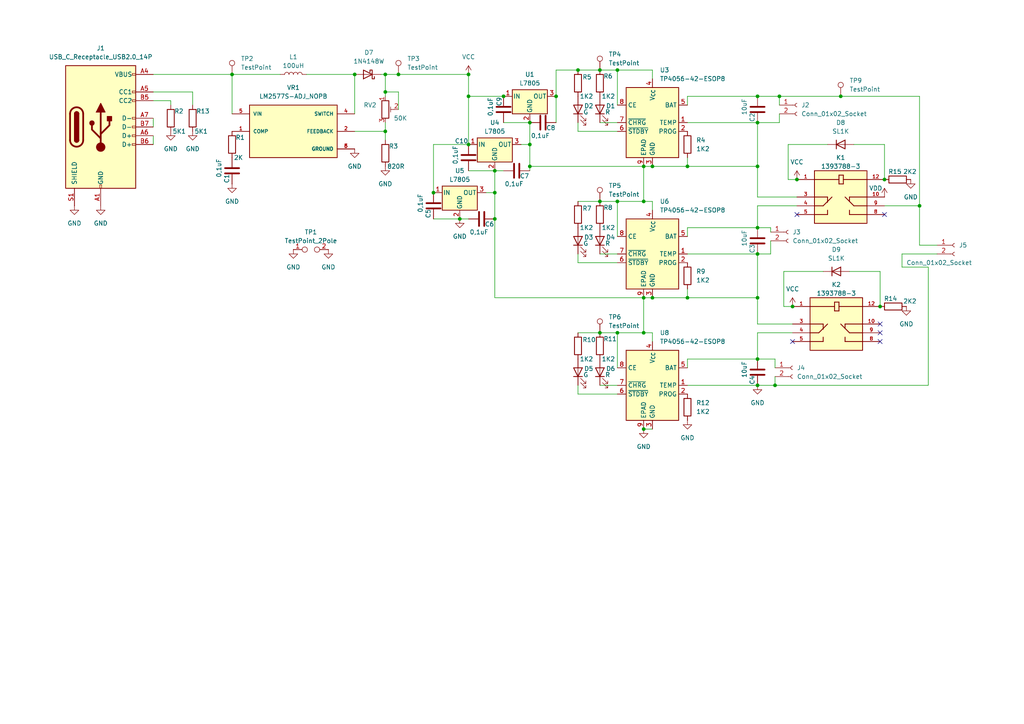
<source format=kicad_sch>
(kicad_sch (version 20250114) (generator "eeschema") (generator_version "9.0")
  (paper "A4")
  (lib_symbols
    (symbol "1393788-3:1393788-3" (pin_names (offset 1.016))
      (property "Reference" "K" (at -7.6338 8.9061 0))
      (property "Value" "1393788-3" (at -7.6314 -10.1752 0))
      (symbol "1393788-3_0_0"
        (polyline (pts (xy -7.62 5.08) (xy -0.508 5.08)) (stroke (width 0.254)))
        (polyline (pts (xy -7.62 0) (xy -3.81 0)) (stroke (width 0.254)))
        (polyline (pts (xy -7.62 -2.54) (xy -5.08 -2.54)) (stroke (width 0.254)))
        (polyline (pts (xy -7.62 -5.08) (xy -3.81 -5.08)) (stroke (width 0.254)))
        (rectangle (start -7.62 -7.62) (end 7.62 7.62) (stroke (width 0.254)) (fill (type background)))
        (polyline (pts (xy -5.08 -2.54) (xy -2.54 0)) (stroke (width 0.254)))
        (polyline (pts (xy -3.81 0) (xy -3.81 -1.524)) (stroke (width 0.254)))
        (polyline (pts (xy -3.81 -5.08) (xy -3.81 -3.81)) (stroke (width 0.254)))
        (polyline (pts (xy -0.508 6.35) (xy -0.508 5.08)) (stroke (width 0.254)))
        (polyline (pts (xy -0.508 5.08) (xy -0.508 3.81)) (stroke (width 0.254)))
        (polyline (pts (xy -0.508 3.81) (xy 0.762 3.81)) (stroke (width 0.254)))
        (polyline (pts (xy 0.762 6.35) (xy -0.508 6.35)) (stroke (width 0.254)))
        (polyline (pts (xy 0.762 5.08) (xy 0.762 6.35)) (stroke (width 0.254)))
        (polyline (pts (xy 0.762 3.81) (xy 0.762 5.08)) (stroke (width 0.254)))
        (polyline (pts (xy 2.54 0) (xy 2.54 -1.27)) (stroke (width 0.254)))
        (polyline (pts (xy 2.54 -5.08) (xy 2.54 -3.81)) (stroke (width 0.254)))
        (polyline (pts (xy 3.81 -2.54) (xy 1.27 0)) (stroke (width 0.254)))
        (polyline (pts (xy 7.62 5.08) (xy 0.762 5.08)) (stroke (width 0.254)))
        (polyline (pts (xy 7.62 0) (xy 2.54 0)) (stroke (width 0.254)))
        (polyline (pts (xy 7.62 -2.54) (xy 3.81 -2.54)) (stroke (width 0.254)))
        (polyline (pts (xy 7.62 -5.08) (xy 2.54 -5.08)) (stroke (width 0.254)))
        (pin passive line (at -12.7 5.08 0) (length 5.08) (name "~") (number "1"))
        (pin passive line (at -12.7 0 0) (length 5.08) (name "~") (number "3"))
        (pin passive line (at -12.7 -2.54 0) (length 5.08) (name "~") (number "4"))
        (pin passive line (at -12.7 -5.08 0) (length 5.08) (name "~") (number "5"))
        (pin passive line (at 12.7 5.08 180) (length 5.08) (name "~") (number "12"))
        (pin passive line (at 12.7 0 180) (length 5.08) (name "~") (number "10"))
        (pin passive line (at 12.7 -2.54 180) (length 5.08) (name "~") (number "9"))
        (pin passive line (at 12.7 -5.08 180) (length 5.08) (name "~") (number "8"))
      )
    )
    (symbol "Battery_Management:TP4056-42-ESOP8"
      (property "Reference" "U" (at -6.604 11.684 0))
      (property "Value" "TP4056-42-ESOP8" (at 10.16 11.684 0))
      (symbol "TP4056-42-ESOP8_1_0"
        (pin input line (at -10.16 5.08 0) (length 2.54) (name "CE") (number "8"))
        (pin open_collector line (at -10.16 0 0) (length 2.54) (name "~{CHRG}") (number "7"))
        (pin open_collector line (at -10.16 -2.54 0) (length 2.54) (name "~{STDBY}") (number "6"))
        (pin passive line (at -2.54 -12.7 90) (length 2.54) (name "EPAD") (number "9"))
        (pin power_in line (at 0 12.7 270) (length 2.54) (name "V_{CC}") (number "4"))
        (pin power_in line (at 0 -12.7 90) (length 2.54) (name "GND") (number "3"))
        (pin power_out line (at 10.16 5.08 180) (length 2.54) (name "BAT") (number "5"))
        (pin input line (at 10.16 0 180) (length 2.54) (name "TEMP") (number "1"))
        (pin passive line (at 10.16 -2.54 180) (length 2.54) (name "PROG") (number "2"))
      )
      (symbol "TP4056-42-ESOP8_1_1"
        (rectangle (start -7.62 10.16) (end 7.62 -10.16) (stroke (width 0.254)) (fill (type background)))
      )
    )
    (symbol "Connector:Conn_01x02_Socket" (pin_names (offset 1.016) (hide yes))
      (property "Reference" "J" (at 0 2.54 0))
      (property "Value" "Conn_01x02_Socket" (at 0 -5.08 0))
      (symbol "Conn_01x02_Socket_1_1"
        (polyline (pts (xy -1.27 0) (xy -0.508 0)) (stroke (width 0.1524)))
        (polyline (pts (xy -1.27 -2.54) (xy -0.508 -2.54)) (stroke (width 0.1524)))
        (arc (start 0 -0.508) (mid -0.5058 0) (end 0 0.508) (stroke (width 0.1524)))
        (arc (start 0 -3.048) (mid -0.5058 -2.54) (end 0 -2.032) (stroke (width 0.1524)))
        (pin passive line (at -5.08 0 0) (length 3.81) (name "Pin_1") (number "1"))
        (pin passive line (at -5.08 -2.54 0) (length 3.81) (name "Pin_2") (number "2"))
      )
    )
    (symbol "Connector:TestPoint" (pin_numbers (hide yes)) (pin_names (offset 0.762) (hide yes))
      (property "Reference" "TP" (at 0 6.858 0))
      (property "Value" "TestPoint" (at 0 5.08 0))
      (symbol "TestPoint_0_1"
        (circle (center 0 3.302) (radius 0.762))
      )
      (symbol "TestPoint_1_1"
        (pin passive line (at 0 0 90) (length 2.54) (name "1") (number "1"))
      )
    )
    (symbol "Connector:TestPoint_2Pole" (pin_names (offset 0.762) (hide yes))
      (property "Reference" "TP" (at 0 1.524 0))
      (property "Value" "TestPoint_2Pole" (at 0 -1.778 0))
      (symbol "TestPoint_2Pole_0_1"
        (circle (center -1.778 0) (radius 0.762))
        (circle (center 1.778 0) (radius 0.762))
        (pin passive line (at -5.08 0 0) (length 2.54) (name "1") (number "1"))
        (pin passive line (at 5.08 0 180) (length 2.54) (name "2") (number "2"))
      )
    )
    (symbol "Connector:USB_C_Receptacle_USB2.0_14P" (pin_names (offset 1.016))
      (property "Reference" "J" (at 0 22.225 0))
      (property "Value" "USB_C_Receptacle_USB2.0_14P" (at 0 19.685 0))
      (symbol "USB_C_Receptacle_USB2.0_14P_0_0"
        (rectangle (start -0.254 -17.78) (end 0.254 -16.764))
        (rectangle (start 10.16 15.494) (end 9.144 14.986))
        (rectangle (start 10.16 10.414) (end 9.144 9.906))
        (rectangle (start 10.16 7.874) (end 9.144 7.366))
        (rectangle (start 10.16 2.794) (end 9.144 2.286))
        (rectangle (start 10.16 0.254) (end 9.144 -0.254))
        (rectangle (start 10.16 -2.286) (end 9.144 -2.794))
        (rectangle (start 10.16 -4.826) (end 9.144 -5.334))
      )
      (symbol "USB_C_Receptacle_USB2.0_14P_0_1"
        (rectangle (start -10.16 17.78) (end 10.16 -17.78) (stroke (width 0.254)) (fill (type background)))
        (polyline (pts (xy -8.89 -3.81) (xy -8.89 3.81)) (stroke (width 0.508)))
        (rectangle (start -7.62 -3.81) (end -6.35 3.81) (stroke (width 0.254)) (fill (type outline)))
        (arc (start -7.62 3.81) (mid -6.985 4.4423) (end -6.35 3.81) (stroke (width 0.254)))
        (arc (start -7.62 3.81) (mid -6.985 4.4423) (end -6.35 3.81) (stroke (width 0.254)) (fill (type outline)))
        (arc (start -8.89 3.81) (mid -6.985 5.7067) (end -5.08 3.81) (stroke (width 0.508)))
        (arc (start -5.08 -3.81) (mid -6.985 -5.7067) (end -8.89 -3.81) (stroke (width 0.508)))
        (arc (start -6.35 -3.81) (mid -6.985 -4.4423) (end -7.62 -3.81) (stroke (width 0.254)))
        (arc (start -6.35 -3.81) (mid -6.985 -4.4423) (end -7.62 -3.81) (stroke (width 0.254)) (fill (type outline)))
        (polyline (pts (xy -5.08 3.81) (xy -5.08 -3.81)) (stroke (width 0.508)))
        (circle (center -2.54 1.143) (radius 0.635) (stroke (width 0.254)) (fill (type outline)))
        (polyline (pts (xy -1.27 4.318) (xy 0 6.858) (xy 1.27 4.318) (xy -1.27 4.318)) (stroke (width 0.254)) (fill (type outline)))
        (polyline (pts (xy 0 -2.032) (xy 2.54 0.508) (xy 2.54 1.778)) (stroke (width 0.508)))
        (polyline (pts (xy 0 -3.302) (xy -2.54 -0.762) (xy -2.54 0.508)) (stroke (width 0.508)))
        (polyline (pts (xy 0 -5.842) (xy 0 4.318)) (stroke (width 0.508)))
        (circle (center 0 -5.842) (radius 1.27) (fill (type outline)))
        (rectangle (start 1.905 1.778) (end 3.175 3.048) (stroke (width 0.254)) (fill (type outline)))
      )
      (symbol "USB_C_Receptacle_USB2.0_14P_1_1"
        (pin passive line (at -7.62 -22.86 90) (length 5.08) (name "SHIELD") (number "S1"))
        (pin passive line (at 0 -22.86 90) (length 5.08) (name "GND") (number "A1"))
        (pin passive line (at 0 -22.86 90) (length 5.08) (hide yes) (name "GND") (number "A12"))
        (pin passive line (at 0 -22.86 90) (length 5.08) (hide yes) (name "GND") (number "B1"))
        (pin passive line (at 0 -22.86 90) (length 5.08) (hide yes) (name "GND") (number "B12"))
        (pin passive line (at 15.24 15.24 180) (length 5.08) (name "VBUS") (number "A4"))
        (pin passive line (at 15.24 15.24 180) (length 5.08) (hide yes) (name "VBUS") (number "A9"))
        (pin passive line (at 15.24 15.24 180) (length 5.08) (hide yes) (name "VBUS") (number "B4"))
        (pin passive line (at 15.24 15.24 180) (length 5.08) (hide yes) (name "VBUS") (number "B9"))
        (pin bidirectional line (at 15.24 10.16 180) (length 5.08) (name "CC1") (number "A5"))
        (pin bidirectional line (at 15.24 7.62 180) (length 5.08) (name "CC2") (number "B5"))
        (pin bidirectional line (at 15.24 2.54 180) (length 5.08) (name "D-") (number "A7"))
        (pin bidirectional line (at 15.24 0 180) (length 5.08) (name "D-") (number "B7"))
        (pin bidirectional line (at 15.24 -2.54 180) (length 5.08) (name "D+") (number "A6"))
        (pin bidirectional line (at 15.24 -5.08 180) (length 5.08) (name "D+") (number "B6"))
      )
    )
    (symbol "Device:C" (pin_numbers (hide yes)) (pin_names (offset 0.254))
      (property "Reference" "C" (at 0.635 2.54 0))
      (property "Value" "C" (at 0.635 -2.54 0))
      (symbol "C_0_1"
        (polyline (pts (xy -2.032 0.762) (xy 2.032 0.762)) (stroke (width 0.508)))
        (polyline (pts (xy -2.032 -0.762) (xy 2.032 -0.762)) (stroke (width 0.508)))
      )
      (symbol "C_1_1"
        (pin passive line (at 0 3.81 270) (length 2.794) (name "~") (number "1"))
        (pin passive line (at 0 -3.81 90) (length 2.794) (name "~") (number "2"))
      )
    )
    (symbol "Device:D" (pin_numbers (hide yes)) (pin_names (offset 1.016) (hide yes))
      (property "Reference" "D" (at 0 2.54 0))
      (property "Value" "D" (at 0 -2.54 0))
      (symbol "D_0_1"
        (polyline (pts (xy -1.27 1.27) (xy -1.27 -1.27)) (stroke (width 0.254)))
        (polyline (pts (xy 1.27 1.27) (xy 1.27 -1.27) (xy -1.27 0) (xy 1.27 1.27)) (stroke (width 0.254)))
        (polyline (pts (xy 1.27 0) (xy -1.27 0)))
      )
      (symbol "D_1_1"
        (pin passive line (at -3.81 0 0) (length 2.54) (name "K") (number "1"))
        (pin passive line (at 3.81 0 180) (length 2.54) (name "A") (number "2"))
      )
    )
    (symbol "Device:L" (pin_numbers (hide yes)) (pin_names (offset 1.016) (hide yes))
      (property "Reference" "L" (at -1.27 0 90))
      (property "Value" "L" (at 1.905 0 90))
      (symbol "L_0_1"
        (arc (start 0 2.54) (mid 0.6323 1.905) (end 0 1.27))
        (arc (start 0 1.27) (mid 0.6323 0.635) (end 0 0))
        (arc (start 0 0) (mid 0.6323 -0.635) (end 0 -1.27))
        (arc (start 0 -1.27) (mid 0.6323 -1.905) (end 0 -2.54))
      )
      (symbol "L_1_1"
        (pin passive line (at 0 3.81 270) (length 1.27) (name "1") (number "1"))
        (pin passive line (at 0 -3.81 90) (length 1.27) (name "2") (number "2"))
      )
    )
    (symbol "Device:LED" (pin_numbers (hide yes)) (pin_names (offset 1.016) (hide yes))
      (property "Reference" "D" (at 0 2.54 0))
      (property "Value" "LED" (at 0 -2.54 0))
      (symbol "LED_0_1"
        (polyline (pts (xy -3.048 -0.762) (xy -4.572 -2.286) (xy -3.81 -2.286) (xy -4.572 -2.286) (xy -4.572 -1.524)))
        (polyline (pts (xy -1.778 -0.762) (xy -3.302 -2.286) (xy -2.54 -2.286) (xy -3.302 -2.286) (xy -3.302 -1.524)))
        (polyline (pts (xy -1.27 0) (xy 1.27 0)))
        (polyline (pts (xy -1.27 -1.27) (xy -1.27 1.27)) (stroke (width 0.254)))
        (polyline (pts (xy 1.27 -1.27) (xy 1.27 1.27) (xy -1.27 0) (xy 1.27 -1.27)) (stroke (width 0.254)))
      )
      (symbol "LED_1_1"
        (pin passive line (at -3.81 0 0) (length 2.54) (name "K") (number "1"))
        (pin passive line (at 3.81 0 180) (length 2.54) (name "A") (number "2"))
      )
    )
    (symbol "Device:R" (pin_numbers (hide yes)) (pin_names (offset 0))
      (property "Reference" "R" (at 2.032 0 90))
      (property "Value" "R" (at 0 0 90))
      (symbol "R_0_1"
        (rectangle (start -1.016 -2.54) (end 1.016 2.54) (stroke (width 0.254)))
      )
      (symbol "R_1_1"
        (pin passive line (at 0 3.81 270) (length 1.27) (name "~") (number "1"))
        (pin passive line (at 0 -3.81 90) (length 1.27) (name "~") (number "2"))
      )
    )
    (symbol "Device:R_Potentiometer_Trim" (pin_names (offset 1.016) (hide yes))
      (property "Reference" "RV" (at -4.445 0 90))
      (property "Value" "R_Potentiometer_Trim" (at -2.54 0 90))
      (symbol "R_Potentiometer_Trim_0_1"
        (rectangle (start 1.016 2.54) (end -1.016 -2.54) (stroke (width 0.254)))
        (polyline (pts (xy 1.524 0.762) (xy 1.524 -0.762)))
        (polyline (pts (xy 2.54 0) (xy 1.524 0)))
      )
      (symbol "R_Potentiometer_Trim_1_1"
        (pin passive line (at 0 3.81 270) (length 1.27) (name "1") (number "1"))
        (pin passive line (at 0 -3.81 90) (length 1.27) (name "3") (number "3"))
        (pin passive line (at 3.81 0 180) (length 1.27) (name "2") (number "2"))
      )
    )
    (symbol "Diode:1N5822" (pin_numbers (hide yes)) (pin_names (offset 1.016) (hide yes))
      (property "Reference" "D" (at 0 2.54 0))
      (property "Value" "1N5822" (at 0 -2.54 0))
      (symbol "1N5822_0_1"
        (polyline (pts (xy -1.905 0.635) (xy -1.905 1.27) (xy -1.27 1.27) (xy -1.27 -1.27) (xy -0.635 -1.27) (xy -0.635 -0.635)) (stroke (width 0.254)))
        (polyline (pts (xy 1.27 1.27) (xy 1.27 -1.27) (xy -1.27 0) (xy 1.27 1.27)) (stroke (width 0.254)))
        (polyline (pts (xy 1.27 0) (xy -1.27 0)))
      )
      (symbol "1N5822_1_1"
        (pin passive line (at -3.81 0 0) (length 2.54) (name "K") (number "1"))
        (pin passive line (at 3.81 0 180) (length 2.54) (name "A") (number "2"))
      )
    )
    (symbol "LM2577S-ADJ_NOPB:LM2577S-ADJ_NOPB" (pin_names (offset 1.016))
      (property "Reference" "VR" (at -12.7 10.16 0))
      (property "Value" "LM2577S-ADJ_NOPB" (at -12.7 -12.7 0))
      (symbol "LM2577S-ADJ_NOPB_0_0"
        (rectangle (start -12.7 -7.62) (end 12.7 7.62) (stroke (width 0.254)) (fill (type background)))
        (pin input line (at -17.78 5.08 0) (length 5.08) (name "VIN") (number "5"))
        (pin passive line (at -17.78 0 0) (length 5.08) (name "COMP") (number "1"))
        (pin output line (at 17.78 5.08 180) (length 5.08) (name "SWITCH") (number "4"))
        (pin input line (at 17.78 0 180) (length 5.08) (name "FEEDBACK") (number "2"))
        (pin power_in line (at 17.78 -5.08 180) (length 5.08) (name "GROUND") (number "3"))
        (pin power_in line (at 17.78 -5.08 180) (length 5.08) (name "GROUND") (number "6"))
      )
    )
    (symbol "Regulator_Linear:L7805" (pin_names (offset 0.254))
      (property "Reference" "U" (at -3.81 3.175 0))
      (property "Value" "L7805" (at 0 3.175 0))
      (symbol "L7805_0_1"
        (rectangle (start -5.08 1.905) (end 5.08 -5.08) (stroke (width 0.254)) (fill (type background)))
      )
      (symbol "L7805_1_1"
        (pin power_in line (at -7.62 0 0) (length 2.54) (name "IN") (number "1"))
        (pin power_in line (at 0 -7.62 90) (length 2.54) (name "GND") (number "2"))
        (pin power_out line (at 7.62 0 180) (length 2.54) (name "OUT") (number "3"))
      )
    )
    (symbol "power:GND" (power) (pin_numbers (hide yes)) (pin_names (offset 0) (hide yes))
      (property "Value" "GND" (at 0 -3.81 0))
      (symbol "GND_0_1"
        (polyline (pts (xy 0 0) (xy 0 -1.27) (xy 1.27 -1.27) (xy 0 -2.54) (xy -1.27 -1.27) (xy 0 -1.27)))
      )
      (symbol "GND_1_1"
        (pin power_in line (at 0 0 270) (length 0) (name "~") (number "1"))
      )
    )
    (symbol "power:VCC" (power) (pin_numbers (hide yes)) (pin_names (offset 0) (hide yes))
      (property "Value" "VCC" (at 0 3.556 0))
      (symbol "VCC_0_1"
        (polyline (pts (xy -0.762 1.27) (xy 0 2.54)))
        (polyline (pts (xy 0 2.54) (xy 0.762 1.27)))
        (polyline (pts (xy 0 0) (xy 0 2.54)))
      )
      (symbol "VCC_1_1"
        (pin power_in line (at 0 0 90) (length 0) (name "~") (number "1"))
      )
    )
    (symbol "power:VDD" (power) (pin_numbers (hide yes)) (pin_names (offset 0) (hide yes))
      (property "Value" "VDD" (at 0 3.556 0))
      (symbol "VDD_0_1"
        (polyline (pts (xy -0.762 1.27) (xy 0 2.54)))
        (polyline (pts (xy 0 2.54) (xy 0.762 1.27)))
        (polyline (pts (xy 0 0) (xy 0 2.54)))
      )
      (symbol "VDD_1_1"
        (pin power_in line (at 0 0 90) (length 0) (name "~") (number "1"))
      )
    )
  )
  (junction (at 186.69 96.52))
  (junction (at 143.51 55.88))
  (junction (at 167.64 20.32))
  (junction (at 224.79 111.76))
  (junction (at 125.73 55.88))
  (junction (at 219.71 35.56))
  (junction (at 256.54 52.07))
  (junction (at 153.67 41.91))
  (junction (at 186.69 124.46))
  (junction (at 189.23 86.36))
  (junction (at 133.35 63.5))
  (junction (at 67.31 21.59))
  (junction (at 189.23 48.26))
  (junction (at 179.07 58.42))
  (junction (at 199.39 48.26))
  (junction (at 173.99 96.52))
  (junction (at 111.76 38.1))
  (junction (at 243.84 27.94))
  (junction (at 255.27 88.9))
  (junction (at 179.07 20.32))
  (junction (at 153.67 48.26))
  (junction (at 115.57 21.59))
  (junction (at 199.39 86.36))
  (junction (at 219.71 73.66))
  (junction (at 219.71 27.94))
  (junction (at 102.87 21.59))
  (junction (at 135.89 27.94))
  (junction (at 135.89 21.59))
  (junction (at 186.69 86.36))
  (junction (at 226.06 27.94))
  (junction (at 111.76 21.59))
  (junction (at 146.05 27.94))
  (junction (at 111.76 26.67))
  (junction (at 153.67 35.56))
  (junction (at 266.7 59.69))
  (junction (at 186.69 48.26))
  (junction (at 173.99 58.42))
  (junction (at 143.51 63.5))
  (junction (at 186.69 58.42))
  (junction (at 219.71 86.36))
  (junction (at 219.71 66.04))
  (junction (at 219.71 104.14))
  (junction (at 135.89 41.91))
  (junction (at 161.29 27.94))
  (junction (at 173.99 20.32))
  (junction (at 219.71 111.76))
  (junction (at 143.51 49.53))
  (junction (at 231.14 52.07))
  (junction (at 219.71 48.26))
  (junction (at 179.07 96.52))
  (junction (at 229.87 88.9))
  (no_connect (at 229.87 99.06))
  (no_connect (at 255.27 96.52))
  (no_connect (at 231.14 62.23))
  (no_connect (at 255.27 93.98))
  (no_connect (at 256.54 62.23))
  (no_connect (at 255.27 99.06))
  (wire (pts (xy 256.54 59.69) (xy 266.7 59.69)))
  (wire (pts (xy 226.06 27.94) (xy 219.71 27.94)))
  (wire (pts (xy 199.39 35.56) (xy 219.71 35.56)))
  (wire (pts (xy 49.53 29.21) (xy 49.53 30.48)))
  (wire (pts (xy 228.6 52.07) (xy 231.14 52.07)))
  (wire (pts (xy 173.99 96.52) (xy 179.07 96.52)))
  (wire (pts (xy 111.76 26.67) (xy 111.76 27.94)))
  (wire (pts (xy 227.33 88.9) (xy 229.87 88.9)))
  (wire (pts (xy 186.69 48.26) (xy 186.69 58.42)))
  (wire (pts (xy 189.23 86.36) (xy 199.39 86.36)))
  (wire (pts (xy 173.99 58.42) (xy 179.07 58.42)))
  (wire (pts (xy 67.31 21.59) (xy 44.45 21.59)))
  (wire (pts (xy 135.89 21.59) (xy 135.89 27.94)))
  (wire (pts (xy 115.57 31.75) (xy 115.57 26.67)))
  (wire (pts (xy 240.03 41.91) (xy 228.6 41.91)))
  (wire (pts (xy 246.38 78.74) (xy 255.27 78.74)))
  (wire (pts (xy 228.6 41.91) (xy 228.6 52.07)))
  (wire (pts (xy 261.62 73.66) (xy 271.78 73.66)))
  (wire (pts (xy 146.05 35.56) (xy 153.67 35.56)))
  (wire (pts (xy 199.39 27.94) (xy 219.71 27.94)))
  (wire (pts (xy 125.73 63.5) (xy 133.35 63.5)))
  (wire (pts (xy 143.51 63.5) (xy 143.51 86.36)))
  (wire (pts (xy 199.39 83.82) (xy 199.39 86.36)))
  (wire (pts (xy 219.71 57.15) (xy 219.71 48.26)))
  (wire (pts (xy 167.64 96.52) (xy 173.99 96.52)))
  (wire (pts (xy 167.64 38.1) (xy 179.07 38.1)))
  (wire (pts (xy 102.87 33.02) (xy 102.87 21.59)))
  (wire (pts (xy 146.05 49.53) (xy 143.51 49.53)))
  (wire (pts (xy 219.71 93.98) (xy 219.71 86.36)))
  (wire (pts (xy 167.64 114.3) (xy 179.07 114.3)))
  (wire (pts (xy 243.84 27.94) (xy 226.06 27.94)))
  (wire (pts (xy 269.24 77.47) (xy 261.62 77.47)))
  (wire (pts (xy 266.7 59.69) (xy 266.7 71.12)))
  (wire (pts (xy 153.67 48.26) (xy 153.67 41.91)))
  (wire (pts (xy 226.06 33.02) (xy 226.06 35.56)))
  (wire (pts (xy 111.76 38.1) (xy 111.76 40.64)))
  (wire (pts (xy 167.64 111.76) (xy 167.64 114.3)))
  (wire (pts (xy 179.07 58.42) (xy 179.07 68.58)))
  (wire (pts (xy 186.69 86.36) (xy 189.23 86.36)))
  (wire (pts (xy 179.07 58.42) (xy 186.69 58.42)))
  (wire (pts (xy 179.07 20.32) (xy 189.23 20.32)))
  (wire (pts (xy 146.05 27.94) (xy 135.89 27.94)))
  (wire (pts (xy 224.79 111.76) (xy 269.24 111.76)))
  (wire (pts (xy 115.57 21.59) (xy 135.89 21.59)))
  (wire (pts (xy 111.76 35.56) (xy 111.76 38.1)))
  (wire (pts (xy 266.7 27.94) (xy 243.84 27.94)))
  (wire (pts (xy 255.27 78.74) (xy 255.27 88.9)))
  (wire (pts (xy 173.99 111.76) (xy 179.07 111.76)))
  (wire (pts (xy 227.33 78.74) (xy 227.33 88.9)))
  (wire (pts (xy 173.99 73.66) (xy 179.07 73.66)))
  (wire (pts (xy 199.39 68.58) (xy 199.39 66.04)))
  (wire (pts (xy 266.7 71.12) (xy 271.78 71.12)))
  (wire (pts (xy 199.39 111.76) (xy 219.71 111.76)))
  (wire (pts (xy 224.79 106.68) (xy 224.79 104.14)))
  (wire (pts (xy 153.67 49.53) (xy 153.67 48.26)))
  (wire (pts (xy 115.57 26.67) (xy 111.76 26.67)))
  (wire (pts (xy 135.89 63.5) (xy 133.35 63.5)))
  (wire (pts (xy 231.14 57.15) (xy 219.71 57.15)))
  (wire (pts (xy 261.62 77.47) (xy 261.62 73.66)))
  (wire (pts (xy 224.79 109.22) (xy 224.79 111.76)))
  (wire (pts (xy 151.13 41.91) (xy 153.67 41.91)))
  (wire (pts (xy 256.54 41.91) (xy 256.54 52.07)))
  (wire (pts (xy 223.52 69.85) (xy 223.52 73.66)))
  (wire (pts (xy 140.97 55.88) (xy 143.51 55.88)))
  (wire (pts (xy 186.69 96.52) (xy 189.23 96.52)))
  (wire (pts (xy 219.71 48.26) (xy 219.71 35.56)))
  (wire (pts (xy 247.65 41.91) (xy 256.54 41.91)))
  (wire (pts (xy 44.45 29.21) (xy 49.53 29.21)))
  (wire (pts (xy 266.7 59.69) (xy 266.7 27.94)))
  (wire (pts (xy 167.64 76.2) (xy 179.07 76.2)))
  (wire (pts (xy 143.51 86.36) (xy 186.69 86.36)))
  (wire (pts (xy 44.45 26.67) (xy 55.88 26.67)))
  (wire (pts (xy 179.07 20.32) (xy 179.07 30.48)))
  (wire (pts (xy 223.52 73.66) (xy 219.71 73.66)))
  (wire (pts (xy 173.99 20.32) (xy 179.07 20.32)))
  (wire (pts (xy 226.06 35.56) (xy 219.71 35.56)))
  (wire (pts (xy 229.87 96.52) (xy 219.71 96.52)))
  (wire (pts (xy 224.79 104.14) (xy 219.71 104.14)))
  (wire (pts (xy 186.69 124.46) (xy 189.23 124.46)))
  (wire (pts (xy 189.23 58.42) (xy 189.23 60.96)))
  (wire (pts (xy 269.24 111.76) (xy 269.24 77.47)))
  (wire (pts (xy 219.71 96.52) (xy 219.71 104.14)))
  (wire (pts (xy 231.14 59.69) (xy 219.71 59.69)))
  (wire (pts (xy 67.31 21.59) (xy 67.31 33.02)))
  (wire (pts (xy 229.87 93.98) (xy 219.71 93.98)))
  (wire (pts (xy 44.45 39.37) (xy 44.45 41.91)))
  (wire (pts (xy 143.51 55.88) (xy 143.51 63.5)))
  (wire (pts (xy 102.87 38.1) (xy 111.76 38.1)))
  (wire (pts (xy 199.39 45.72) (xy 199.39 48.26)))
  (wire (pts (xy 102.87 21.59) (xy 88.9 21.59)))
  (wire (pts (xy 153.67 48.26) (xy 186.69 48.26)))
  (wire (pts (xy 186.69 48.26) (xy 189.23 48.26)))
  (wire (pts (xy 44.45 34.29) (xy 44.45 36.83)))
  (wire (pts (xy 81.28 21.59) (xy 67.31 21.59)))
  (wire (pts (xy 111.76 21.59) (xy 111.76 26.67)))
  (wire (pts (xy 189.23 48.26) (xy 199.39 48.26)))
  (wire (pts (xy 199.39 104.14) (xy 219.71 104.14)))
  (wire (pts (xy 223.52 66.04) (xy 219.71 66.04)))
  (wire (pts (xy 199.39 48.26) (xy 219.71 48.26)))
  (wire (pts (xy 161.29 20.32) (xy 167.64 20.32)))
  (wire (pts (xy 199.39 66.04) (xy 219.71 66.04)))
  (wire (pts (xy 135.89 49.53) (xy 143.51 49.53)))
  (wire (pts (xy 219.71 59.69) (xy 219.71 66.04)))
  (wire (pts (xy 167.64 58.42) (xy 173.99 58.42)))
  (wire (pts (xy 161.29 27.94) (xy 161.29 35.56)))
  (wire (pts (xy 199.39 73.66) (xy 219.71 73.66)))
  (wire (pts (xy 173.99 35.56) (xy 179.07 35.56)))
  (wire (pts (xy 186.69 86.36) (xy 186.69 96.52)))
  (wire (pts (xy 238.76 78.74) (xy 227.33 78.74)))
  (wire (pts (xy 167.64 35.56) (xy 167.64 38.1)))
  (wire (pts (xy 226.06 27.94) (xy 226.06 30.48)))
  (wire (pts (xy 223.52 67.31) (xy 223.52 66.04)))
  (wire (pts (xy 224.79 111.76) (xy 219.71 111.76)))
  (wire (pts (xy 179.07 96.52) (xy 179.07 106.68)))
  (wire (pts (xy 189.23 96.52) (xy 189.23 99.06)))
  (wire (pts (xy 110.49 21.59) (xy 111.76 21.59)))
  (wire (pts (xy 189.23 20.32) (xy 189.23 22.86)))
  (wire (pts (xy 167.64 73.66) (xy 167.64 76.2)))
  (wire (pts (xy 55.88 26.67) (xy 55.88 30.48)))
  (wire (pts (xy 125.73 41.91) (xy 125.73 55.88)))
  (wire (pts (xy 199.39 30.48) (xy 199.39 27.94)))
  (wire (pts (xy 179.07 96.52) (xy 186.69 96.52)))
  (wire (pts (xy 125.73 41.91) (xy 135.89 41.91)))
  (wire (pts (xy 199.39 86.36) (xy 219.71 86.36)))
  (wire (pts (xy 161.29 20.32) (xy 161.29 27.94)))
  (wire (pts (xy 135.89 27.94) (xy 135.89 41.91)))
  (wire (pts (xy 186.69 58.42) (xy 189.23 58.42)))
  (wire (pts (xy 167.64 20.32) (xy 173.99 20.32)))
  (wire (pts (xy 219.71 86.36) (xy 219.71 73.66)))
  (wire (pts (xy 199.39 106.68) (xy 199.39 104.14)))
  (wire (pts (xy 143.51 49.53) (xy 143.51 55.88)))
  (wire (pts (xy 111.76 21.59) (xy 115.57 21.59)))
  (wire (pts (xy 153.67 41.91) (xy 153.67 35.56)))
  (symbol (lib_id "Device:C") (at 149.86 49.53 270) (unit 1)
    (property "Reference" "C7" (at 152.146 51.054 90))
    (property "Value" "0,1uF" (at 149.098 53.34 90))
    (property "Footprint" "Capacitor_SMD:C_0603_1608Metric_Pad1.08x0.95mm_HandSolder" (effects (hide yes)))
    (property "Description" "Unpolarized capacitor" (effects (hide yes)))
  )
  (symbol (lib_id "Connector:TestPoint") (at 173.99 96.52 0) (unit 1)
    (property "Reference" "TP6" (at 176.53 91.9479 0) (effects (justify left)))
    (property "Value" "TestPoint" (at 176.53 94.4879 0) (effects (justify left)))
    (property "Footprint" "TestPoint:TestPoint_Pad_D1.5mm" (effects (hide yes)))
    (property "Description" "test point" (effects (hide yes)))
  )
  (symbol (lib_id "Device:C") (at 67.31 49.53 180) (unit 1)
    (property "Reference" "C1" (at 65.786 51.816 90))
    (property "Value" "0,1uF" (at 63.5 48.768 90))
    (property "Footprint" "Capacitor_SMD:C_0603_1608Metric_Pad1.08x0.95mm_HandSolder" (effects (hide yes)))
    (property "Description" "Unpolarized capacitor" (effects (hide yes)))
  )
  (symbol (lib_id "Device:R") (at 167.64 100.33 0) (unit 1)
    (property "Reference" "R10" (at 168.91 98.552 0) (effects (justify left)))
    (property "Value" "1K2" (at 168.148 104.14 0) (effects (justify left)))
    (property "Footprint" "Resistor_SMD:R_0603_1608Metric_Pad0.98x0.95mm_HandSolder" (effects (hide yes)))
    (property "Description" "Resistor" (effects (hide yes)))
  )
  (symbol (lib_id "power:GND") (at 29.21 59.69 0) (unit 1)
    (property "Reference" "#PWR02" (effects (hide yes)))
    (property "Value" "GND" (at 29.21 64.77 0))
    (property "Description" "Power symbol creates a global label with name \"GND\" , ground" (effects (hide yes)))
  )
  (symbol (lib_id "Device:LED") (at 173.99 107.95 90) (unit 1)
    (property "Reference" "D6" (at 175.768 106.934 90) (effects (justify right)))
    (property "Value" "R" (at 175.514 108.712 90) (effects (justify right)))
    (property "Footprint" "LED_SMD:LED_0603_1608Metric_Pad1.05x0.95mm_HandSolder" (effects (hide yes)))
    (property "Description" "Light emitting diode" (effects (hide yes)))
    (property "Sim.Pins" "1=K 2=A" (effects (hide yes)))
  )
  (symbol (lib_id "Battery_Management:TP4056-42-ESOP8") (at 189.23 111.76 0) (unit 1)
    (property "Reference" "U8" (at 191.3733 96.52 0) (effects (justify left)))
    (property "Value" "TP4056-42-ESOP8" (at 191.3733 99.06 0) (effects (justify left)))
    (property "Footprint" "Package_SO:SOIC-8-1EP_3.9x4.9mm_P1.27mm_EP2.41x3.3mm_ThermalVias_model" (effects (hide yes)))
    (property "Datasheet" "https://www.lcsc.com/datasheet/lcsc_datasheet_2410121619_TOPPOWER-Nanjing-Extension-Microelectronics-TP4056-42-ESOP8_C16581.pdf" (effects (hide yes)))
    (property "Description" "1A Standalone Linear Li-ion/LiPo single-cell battery charger, 4.2V ±1% charge voltage, VCC = 4.0..8.0V, SOIC-8 (SOP-8)" (effects (hide yes)))
  )
  (symbol (lib_id "power:GND") (at 55.88 38.1 0) (unit 1)
    (property "Reference" "#PWR07" (effects (hide yes)))
    (property "Value" "GND" (at 55.88 43.18 0))
    (property "Description" "Power symbol creates a global label with name \"GND\" , ground" (effects (hide yes)))
  )
  (symbol (lib_id "Device:R") (at 111.76 44.45 0) (unit 1)
    (property "Reference" "R3" (at 112.776 42.418 0) (effects (justify left)))
    (property "Value" "820R" (at 112.268 48.26 0) (effects (justify left)))
    (property "Footprint" "Resistor_SMD:R_0603_1608Metric_Pad0.98x0.95mm_HandSolder" (effects (hide yes)))
    (property "Description" "Resistor" (effects (hide yes)))
  )
  (symbol (lib_id "power:GND") (at 186.69 124.46 0) (unit 1)
    (property "Reference" "#PWR019" (effects (hide yes)))
    (property "Value" "GND" (at 186.69 129.54 0))
    (property "Description" "Power symbol creates a global label with name \"GND\" , ground" (effects (hide yes)))
  )
  (symbol (lib_id "Device:R") (at 173.99 62.23 0) (unit 1)
    (property "Reference" "R8" (at 175.006 60.198 0) (effects (justify left)))
    (property "Value" "1K2" (at 174.498 66.04 0) (effects (justify left)))
    (property "Footprint" "Resistor_SMD:R_0603_1608Metric_Pad0.98x0.95mm_HandSolder" (effects (hide yes)))
    (property "Description" "Resistor" (effects (hide yes)))
  )
  (symbol (lib_id "Device:R") (at 260.35 52.07 90) (unit 1)
    (property "Reference" "R15" (at 259.588 49.784 90))
    (property "Value" "2K2" (at 263.906 49.784 90))
    (property "Footprint" "Resistor_SMD:R_0603_1608Metric_Pad0.98x0.95mm_HandSolder" (effects (hide yes)))
    (property "Description" "Resistor" (effects (hide yes)))
  )
  (symbol (lib_id "Connector:Conn_01x02_Socket") (at 231.14 30.48 0) (unit 1)
    (property "Reference" "J2" (at 232.41 30.4799 0) (effects (justify left)))
    (property "Value" "Conn_01x02_Socket" (at 232.41 33.0199 0) (effects (justify left)))
    (property "Footprint" "Connector_JST:JST_XH_B2B-XH-A_1x02_P2.50mm_Vertical" (effects (hide yes)))
    (property "Description" "Generic connector, single row, 01x02, script generated" (effects (hide yes)))
  )
  (symbol (lib_id "Device:R") (at 199.39 80.01 0) (unit 1)
    (property "Reference" "R9" (at 201.93 78.7399 0) (effects (justify left)))
    (property "Value" "1K2" (at 201.93 81.2799 0) (effects (justify left)))
    (property "Footprint" "Resistor_SMD:R_0603_1608Metric_Pad0.98x0.95mm_HandSolder" (effects (hide yes)))
    (property "Description" "Resistor" (effects (hide yes)))
  )
  (symbol (lib_id "1393788-3:1393788-3") (at 242.57 93.98 0) (unit 1)
    (property "Reference" "K2" (at 242.57 82.55 0))
    (property "Value" "1393788-3" (at 242.57 85.09 0))
    (property "Footprint" "1393788-3:TE_1393788-3_model" (effects (hide yes)))
    (property "Comment" "1393788-3" (effects (hide yes)))
    (property "MF" "TE Connectivity" (effects (hide yes)))
    (property "Description_1" "DPDT PCB Mount Non-Latching Relay Through Hole, 5V dc | TE Connectivity V23079A1001B301" (effects (hide yes)))
    (property "Package" "None" (effects (hide yes)))
    (property "Price" "None" (effects (hide yes)))
    (property "Check_prices" "https://www.snapeda.com/parts/V23079A1001B301/TE+Connectivity+Potter+%2526+Brumfield+Relays/view-part/?ref=eda" (effects (hide yes)))
    (property "SnapEDA_Link" "https://www.snapeda.com/parts/V23079A1001B301/TE+Connectivity+Potter+%2526+Brumfield+Relays/view-part/?ref=snap" (effects (hide yes)))
    (property "MP" "V23079A1001B301" (effects (hide yes)))
    (property "Availability" "In Stock" (effects (hide yes)))
    (property "MANUFACTURER" "TE CONNECTIVITY" (effects (hide yes)))
  )
  (symbol (lib_id "power:GND") (at 67.31 53.34 0) (unit 1)
    (property "Reference" "#PWR05" (effects (hide yes)))
    (property "Value" "GND" (at 67.31 58.42 0))
    (property "Description" "Power symbol creates a global label with name \"GND\" , ground" (effects (hide yes)))
  )
  (symbol (lib_id "Device:LED") (at 167.64 69.85 90) (unit 1)
    (property "Reference" "D3" (at 169.418 68.834 90) (effects (justify right)))
    (property "Value" "G" (at 169.164 70.612 90) (effects (justify right)))
    (property "Footprint" "LED_SMD:LED_0603_1608Metric_Pad1.05x0.95mm_HandSolder" (effects (hide yes)))
    (property "Description" "Light emitting diode" (effects (hide yes)))
    (property "Sim.Pins" "1=K 2=A" (effects (hide yes)))
  )
  (symbol (lib_id "power:GND") (at 264.16 52.07 0) (unit 1)
    (property "Reference" "#PWR010" (effects (hide yes)))
    (property "Value" "GND" (at 264.16 57.15 0))
    (property "Description" "Power symbol creates a global label with name \"GND\" , ground" (effects (hide yes)))
  )
  (symbol (lib_id "Device:LED") (at 173.99 31.75 90) (unit 1)
    (property "Reference" "D1" (at 175.768 30.734 90) (effects (justify right)))
    (property "Value" "R" (at 175.514 32.512 90) (effects (justify right)))
    (property "Footprint" "LED_SMD:LED_0603_1608Metric_Pad1.05x0.95mm_HandSolder" (effects (hide yes)))
    (property "Description" "Light emitting diode" (effects (hide yes)))
    (property "Sim.Pins" "1=K 2=A" (effects (hide yes)))
  )
  (symbol (lib_id "Device:R") (at 259.08 88.9 90) (unit 1)
    (property "Reference" "R14" (at 258.318 86.614 90))
    (property "Value" "2K2" (at 263.906 87.376 90))
    (property "Footprint" "Resistor_SMD:R_0603_1608Metric_Pad0.98x0.95mm_HandSolder" (effects (hide yes)))
    (property "Description" "Resistor" (effects (hide yes)))
  )
  (symbol (lib_id "Device:R") (at 173.99 24.13 0) (unit 1)
    (property "Reference" "R6" (at 175.006 22.098 0) (effects (justify left)))
    (property "Value" "1K2" (at 174.498 27.94 0) (effects (justify left)))
    (property "Footprint" "Resistor_SMD:R_0603_1608Metric_Pad0.98x0.95mm_HandSolder" (effects (hide yes)))
    (property "Description" "Resistor" (effects (hide yes)))
  )
  (symbol (lib_id "power:GND") (at 102.87 43.18 0) (unit 1)
    (property "Reference" "#PWR04" (effects (hide yes)))
    (property "Value" "GND" (at 102.87 48.26 0))
    (property "Description" "Power symbol creates a global label with name \"GND\" , ground" (effects (hide yes)))
  )
  (symbol (lib_id "Connector:Conn_01x02_Socket") (at 228.6 67.31 0) (unit 1)
    (property "Reference" "J3" (at 229.87 67.3099 0) (effects (justify left)))
    (property "Value" "Conn_01x02_Socket" (at 229.87 69.8499 0) (effects (justify left)))
    (property "Footprint" "Connector_JST:JST_XH_B2B-XH-A_1x02_P2.50mm_Vertical" (effects (hide yes)))
    (property "Description" "Generic connector, single row, 01x02, script generated" (effects (hide yes)))
  )
  (symbol (lib_id "Regulator_Linear:L7805") (at 133.35 55.88 0) (unit 1)
    (property "Reference" "U5" (at 133.35 49.53 0))
    (property "Value" "L7805" (at 133.35 52.07 0))
    (property "Footprint" "Package_TO_SOT_SMD:TO-252-2" (effects (hide yes)))
    (property "Datasheet" "http://www.st.com/content/ccc/resource/technical/document/datasheet/41/4f/b3/b0/12/d4/47/88/CD00000444.pdf/files/CD00000444.pdf/jcr:content/translations/en.CD00000444.pdf" (effects (hide yes)))
    (property "Description" "Positive 1.5A 35V Linear Regulator, Fixed Output 5V, TO-220/TO-263/TO-252" (effects (hide yes)))
  )
  (symbol (lib_id "Diode:1N5822") (at 106.68 21.59 180) (unit 1)
    (property "Reference" "D7" (at 106.9975 15.24 0))
    (property "Value" "1N4148W" (at 106.9975 17.78 0))
    (property "Footprint" "Diode_SMD:D_SOD-123F" (effects (hide yes)))
    (property "Datasheet" "http://www.vishay.com/docs/88526/1n5820.pdf" (effects (hide yes)))
    (property "Description" "40V 3A Schottky Barrier Rectifier Diode, DO-201AD" (effects (hide yes)))
  )
  (symbol (lib_id "Device:C") (at 219.71 31.75 180) (unit 1)
    (property "Reference" "C2" (at 218.186 34.036 90))
    (property "Value" "10uF" (at 215.9 30.988 90))
    (property "Footprint" "Capacitor_SMD:C_0603_1608Metric_Pad1.08x0.95mm_HandSolder" (effects (hide yes)))
    (property "Description" "Unpolarized capacitor" (effects (hide yes)))
  )
  (symbol (lib_id "Connector:TestPoint_2Pole") (at 90.17 72.39 0) (unit 1)
    (property "Reference" "TP1" (at 90.17 67.31 0))
    (property "Value" "TestPoint_2Pole" (at 90.17 69.85 0))
    (property "Footprint" "TestPoint:TestPoint_2Pads_Pitch2.54mm_Drill0.8mm" (effects (hide yes)))
    (property "Description" "2-polar test point" (effects (hide yes)))
  )
  (symbol (lib_id "Regulator_Linear:L7805") (at 143.51 41.91 0) (unit 1)
    (property "Reference" "U4" (at 143.51 35.56 0))
    (property "Value" "L7805" (at 143.51 38.1 0))
    (property "Footprint" "Package_TO_SOT_SMD:TO-252-2" (effects (hide yes)))
    (property "Datasheet" "http://www.st.com/content/ccc/resource/technical/document/datasheet/41/4f/b3/b0/12/d4/47/88/CD00000444.pdf/files/CD00000444.pdf/jcr:content/translations/en.CD00000444.pdf" (effects (hide yes)))
    (property "Description" "Positive 1.5A 35V Linear Regulator, Fixed Output 5V, TO-220/TO-263/TO-252" (effects (hide yes)))
  )
  (symbol (lib_id "power:GND") (at 95.25 72.39 0) (unit 1)
    (property "Reference" "#PWR015" (effects (hide yes)))
    (property "Value" "GND" (at 95.25 77.47 0))
    (property "Description" "Power symbol creates a global label with name \"GND\" , ground" (effects (hide yes)))
  )
  (symbol (lib_id "Device:C") (at 157.48 35.56 270) (unit 1)
    (property "Reference" "C8" (at 159.766 37.084 90))
    (property "Value" "0,1uF" (at 156.718 39.37 90))
    (property "Footprint" "Capacitor_SMD:C_0603_1608Metric_Pad1.08x0.95mm_HandSolder" (effects (hide yes)))
    (property "Description" "Unpolarized capacitor" (effects (hide yes)))
  )
  (symbol (lib_id "Device:C") (at 219.71 69.85 180) (unit 1)
    (property "Reference" "C3" (at 218.186 72.136 90))
    (property "Value" "10uF" (at 215.9 69.088 90))
    (property "Footprint" "Capacitor_SMD:C_0603_1608Metric_Pad1.08x0.95mm_HandSolder" (effects (hide yes)))
    (property "Description" "Unpolarized capacitor" (effects (hide yes)))
  )
  (symbol (lib_id "Device:LED") (at 167.64 31.75 90) (unit 1)
    (property "Reference" "D2" (at 169.418 30.734 90) (effects (justify right)))
    (property "Value" "G" (at 169.164 32.512 90) (effects (justify right)))
    (property "Footprint" "LED_SMD:LED_0603_1608Metric_Pad1.05x0.95mm_HandSolder" (effects (hide yes)))
    (property "Description" "Light emitting diode" (effects (hide yes)))
    (property "Sim.Pins" "1=K 2=A" (effects (hide yes)))
  )
  (symbol (lib_id "power:VCC") (at 231.14 52.07 0) (unit 1)
    (property "Reference" "#PWR013" (effects (hide yes)))
    (property "Value" "VCC" (at 231.14 46.99 0))
    (property "Description" "Power symbol creates a global label with name \"VCC\"" (effects (hide yes)))
  )
  (symbol (lib_id "Device:D") (at 243.84 41.91 0) (unit 1)
    (property "Reference" "D8" (at 243.84 35.56 0))
    (property "Value" "SL1K" (at 243.84 38.1 0))
    (property "Footprint" "Diode_SMD:D_SOD-123F" (effects (hide yes)))
    (property "Description" "Diode" (effects (hide yes)))
    (property "Sim.Device" "D" (effects (hide yes)))
    (property "Sim.Pins" "1=K 2=A" (effects (hide yes)))
  )
  (symbol (lib_id "Device:R") (at 167.64 24.13 0) (unit 1)
    (property "Reference" "R5" (at 168.91 22.352 0) (effects (justify left)))
    (property "Value" "1K2" (at 168.148 27.94 0) (effects (justify left)))
    (property "Footprint" "Resistor_SMD:R_0603_1608Metric_Pad0.98x0.95mm_HandSolder" (effects (hide yes)))
    (property "Description" "Resistor" (effects (hide yes)))
  )
  (symbol (lib_id "power:GND") (at 199.39 121.92 0) (unit 1)
    (property "Reference" "#PWR020" (effects (hide yes)))
    (property "Value" "GND" (at 199.39 127 0))
    (property "Description" "Power symbol creates a global label with name \"GND\" , ground" (effects (hide yes)))
  )
  (symbol (lib_id "power:GND") (at 21.59 59.69 0) (unit 1)
    (property "Reference" "#PWR03" (effects (hide yes)))
    (property "Value" "GND" (at 21.59 64.77 0))
    (property "Description" "Power symbol creates a global label with name \"GND\" , ground" (effects (hide yes)))
  )
  (symbol (lib_id "LM2577S-ADJ_NOPB:LM2577S-ADJ_NOPB") (at 85.09 38.1 0) (unit 1)
    (property "Reference" "VR1" (at 85.09 25.4 0))
    (property "Value" "LM2577S-ADJ_NOPB" (at 85.09 27.94 0))
    (property "Footprint" "LM2577S-ADJ_NOPB (1):VREG_LM2577S-ADJ_NOPB_model" (effects (hide yes)))
    (property "MF" "Texas Instruments" (effects (hide yes)))
    (property "MAXIMUM_PACKAGE_HEIGHT" "4.65 mm" (effects (hide yes)))
    (property "Package" "TO-263-5 Texas Instruments" (effects (hide yes)))
    (property "Price" "None" (effects (hide yes)))
    (property "Check_prices" "https://www.snapeda.com/parts/LM2577S-ADJ/NOPB/Texas+Instruments/view-part/?ref=eda" (effects (hide yes)))
    (property "STANDARD" "Manufacturer recommendations" (effects (hide yes)))
    (property "PARTREV" "D" (effects (hide yes)))
    (property "SnapEDA_Link" "https://www.snapeda.com/parts/LM2577S-ADJ/NOPB/Texas+Instruments/view-part/?ref=snap" (effects (hide yes)))
    (property "MP" "LM2577S-ADJ/NOPB" (effects (hide yes)))
    (property "Description_1" "3.5-V to 40-V, 3-A low component count step-up regulator" (effects (hide yes)))
    (property "Availability" "In Stock" (effects (hide yes)))
    (property "MANUFACTURER" "Texas Instruments" (effects (hide yes)))
  )
  (symbol (lib_id "Device:C") (at 219.71 107.95 180) (unit 1)
    (property "Reference" "C4" (at 218.186 110.236 90))
    (property "Value" "10uF" (at 215.9 107.188 90))
    (property "Footprint" "Capacitor_SMD:C_0603_1608Metric_Pad1.08x0.95mm_HandSolder" (effects (hide yes)))
    (property "Description" "Unpolarized capacitor" (effects (hide yes)))
  )
  (symbol (lib_id "Device:C") (at 139.7 63.5 270) (unit 1)
    (property "Reference" "C6" (at 141.986 65.024 90))
    (property "Value" "0,1uF" (at 138.938 67.31 90))
    (property "Footprint" "Capacitor_SMD:C_0603_1608Metric_Pad1.08x0.95mm_HandSolder" (effects (hide yes)))
    (property "Description" "Unpolarized capacitor" (effects (hide yes)))
  )
  (symbol (lib_id "Battery_Management:TP4056-42-ESOP8") (at 189.23 73.66 0) (unit 1)
    (property "Reference" "U6" (at 191.3733 58.42 0) (effects (justify left)))
    (property "Value" "TP4056-42-ESOP8" (at 191.3733 60.96 0) (effects (justify left)))
    (property "Footprint" "Package_SO:SOIC-8-1EP_3.9x4.9mm_P1.27mm_EP2.41x3.3mm_ThermalVias_model" (effects (hide yes)))
    (property "Datasheet" "https://www.lcsc.com/datasheet/lcsc_datasheet_2410121619_TOPPOWER-Nanjing-Extension-Microelectronics-TP4056-42-ESOP8_C16581.pdf" (effects (hide yes)))
    (property "Description" "1A Standalone Linear Li-ion/LiPo single-cell battery charger, 4.2V ±1% charge voltage, VCC = 4.0..8.0V, SOIC-8 (SOP-8)" (effects (hide yes)))
  )
  (symbol (lib_id "Connector:TestPoint") (at 243.84 27.94 0) (unit 1)
    (property "Reference" "TP9" (at 246.38 23.3679 0) (effects (justify left)))
    (property "Value" "TestPoint" (at 246.38 25.9079 0) (effects (justify left)))
    (property "Footprint" "TestPoint:TestPoint_Pad_D1.5mm" (effects (hide yes)))
    (property "Description" "test point" (effects (hide yes)))
  )
  (symbol (lib_id "Device:R") (at 55.88 34.29 0) (unit 1)
    (property "Reference" "R13" (at 56.896 32.258 0) (effects (justify left)))
    (property "Value" "5K1" (at 56.388 38.1 0) (effects (justify left)))
    (property "Footprint" "Resistor_SMD:R_0603_1608Metric_Pad0.98x0.95mm_HandSolder" (effects (hide yes)))
    (property "Description" "Resistor" (effects (hide yes)))
  )
  (symbol (lib_id "Device:R") (at 67.31 41.91 0) (unit 1)
    (property "Reference" "R1" (at 68.326 39.878 0) (effects (justify left)))
    (property "Value" "2K" (at 67.818 45.72 0) (effects (justify left)))
    (property "Footprint" "Resistor_SMD:R_0603_1608Metric_Pad0.98x0.95mm_HandSolder" (effects (hide yes)))
    (property "Description" "Resistor" (effects (hide yes)))
  )
  (symbol (lib_id "Device:R") (at 199.39 118.11 0) (unit 1)
    (property "Reference" "R12" (at 201.93 116.8399 0) (effects (justify left)))
    (property "Value" "1K2" (at 201.93 119.3799 0) (effects (justify left)))
    (property "Footprint" "Resistor_SMD:R_0603_1608Metric_Pad0.98x0.95mm_HandSolder" (effects (hide yes)))
    (property "Description" "Resistor" (effects (hide yes)))
  )
  (symbol (lib_id "Device:D") (at 242.57 78.74 0) (unit 1)
    (property "Reference" "D9" (at 242.57 72.39 0))
    (property "Value" "SL1K" (at 242.57 74.93 0))
    (property "Footprint" "Diode_SMD:D_SOD-123F" (effects (hide yes)))
    (property "Description" "Diode" (effects (hide yes)))
    (property "Sim.Device" "D" (effects (hide yes)))
    (property "Sim.Pins" "1=K 2=A" (effects (hide yes)))
  )
  (symbol (lib_id "Connector:TestPoint") (at 67.31 21.59 0) (unit 1)
    (property "Reference" "TP2" (at 69.85 17.0179 0) (effects (justify left)))
    (property "Value" "TestPoint" (at 69.85 19.5579 0) (effects (justify left)))
    (property "Footprint" "TestPoint:TestPoint_Pad_D1.5mm" (effects (hide yes)))
    (property "Description" "test point" (effects (hide yes)))
  )
  (symbol (lib_id "power:VCC") (at 135.89 21.59 0) (unit 1)
    (property "Reference" "#PWR012" (effects (hide yes)))
    (property "Value" "VCC" (at 135.89 16.51 0))
    (property "Description" "Power symbol creates a global label with name \"VCC\"" (effects (hide yes)))
  )
  (symbol (lib_id "Connector:TestPoint") (at 173.99 58.42 0) (unit 1)
    (property "Reference" "TP5" (at 176.53 53.8479 0) (effects (justify left)))
    (property "Value" "TestPoint" (at 176.53 56.3879 0) (effects (justify left)))
    (property "Footprint" "TestPoint:TestPoint_Pad_D1.5mm" (effects (hide yes)))
    (property "Description" "test point" (effects (hide yes)))
  )
  (symbol (lib_id "Connector:TestPoint") (at 173.99 20.32 0) (unit 1)
    (property "Reference" "TP4" (at 176.53 15.7479 0) (effects (justify left)))
    (property "Value" "TestPoint" (at 176.53 18.2879 0) (effects (justify left)))
    (property "Footprint" "TestPoint:TestPoint_Pad_D1.5mm" (effects (hide yes)))
    (property "Description" "test point" (effects (hide yes)))
  )
  (symbol (lib_id "Connector:TestPoint") (at 115.57 21.59 0) (unit 1)
    (property "Reference" "TP3" (at 118.11 17.0179 0) (effects (justify left)))
    (property "Value" "TestPoint" (at 118.11 19.5579 0) (effects (justify left)))
    (property "Footprint" "TestPoint:TestPoint_Pad_D1.5mm" (effects (hide yes)))
    (property "Description" "test point" (effects (hide yes)))
  )
  (symbol (lib_id "Device:C") (at 146.05 31.75 180) (unit 1)
    (property "Reference" "C9" (at 144.78 29.464 90))
    (property "Value" "0,1uF" (at 142.24 30.988 90))
    (property "Footprint" "Capacitor_SMD:C_0603_1608Metric_Pad1.08x0.95mm_HandSolder" (effects (hide yes)))
    (property "Description" "Unpolarized capacitor" (effects (hide yes)))
  )
  (symbol (lib_id "Battery_Management:TP4056-42-ESOP8") (at 189.23 35.56 0) (unit 1)
    (property "Reference" "U3" (at 191.3733 20.32 0) (effects (justify left)))
    (property "Value" "TP4056-42-ESOP8" (at 191.3733 22.86 0) (effects (justify left)))
    (property "Footprint" "Package_SO:SOIC-8-1EP_3.9x4.9mm_P1.27mm_EP2.41x3.3mm_ThermalVias_model" (effects (hide yes)))
    (property "Datasheet" "https://www.lcsc.com/datasheet/lcsc_datasheet_2410121619_TOPPOWER-Nanjing-Extension-Microelectronics-TP4056-42-ESOP8_C16581.pdf" (effects (hide yes)))
    (property "Description" "1A Standalone Linear Li-ion/LiPo single-cell battery charger, 4.2V ±1% charge voltage, VCC = 4.0..8.0V, SOIC-8 (SOP-8)" (effects (hide yes)))
  )
  (symbol (lib_id "power:GND") (at 133.35 63.5 0) (unit 1)
    (property "Reference" "#PWR06" (effects (hide yes)))
    (property "Value" "GND" (at 133.35 68.58 0))
    (property "Description" "Power symbol creates a global label with name \"GND\" , ground" (effects (hide yes)))
  )
  (symbol (lib_id "Device:LED") (at 167.64 107.95 90) (unit 1)
    (property "Reference" "D5" (at 169.418 106.934 90) (effects (justify right)))
    (property "Value" "G" (at 169.164 108.712 90) (effects (justify right)))
    (property "Footprint" "LED_SMD:LED_0603_1608Metric_Pad1.05x0.95mm_HandSolder" (effects (hide yes)))
    (property "Description" "Light emitting diode" (effects (hide yes)))
    (property "Sim.Pins" "1=K 2=A" (effects (hide yes)))
  )
  (symbol (lib_id "Connector:Conn_01x02_Socket") (at 229.87 106.68 0) (unit 1)
    (property "Reference" "J4" (at 231.14 106.6799 0) (effects (justify left)))
    (property "Value" "Conn_01x02_Socket" (at 231.14 109.2199 0) (effects (justify left)))
    (property "Footprint" "Connector_JST:JST_XH_B2B-XH-A_1x02_P2.50mm_Vertical" (effects (hide yes)))
    (property "Description" "Generic connector, single row, 01x02, script generated" (effects (hide yes)))
  )
  (symbol (lib_id "power:GND") (at 111.76 48.26 0) (unit 1)
    (property "Reference" "#PWR01" (effects (hide yes)))
    (property "Value" "GND" (at 111.76 53.34 0))
    (property "Description" "Power symbol creates a global label with name \"GND\" , ground" (effects (hide yes)))
  )
  (symbol (lib_id "Connector:Conn_01x02_Socket") (at 276.86 71.12 0) (unit 1)
    (property "Reference" "J5" (at 278.13 71.1199 0) (effects (justify left)))
    (property "Value" "Conn_01x02_Socket" (at 262.89 76.2 0) (effects (justify left)))
    (property "Footprint" "Connector_JST:JST_XH_B2B-XH-A_1x02_P2.50mm_Vertical" (effects (hide yes)))
    (property "Description" "Generic connector, single row, 01x02, script generated" (effects (hide yes)))
  )
  (symbol (lib_id "power:GND") (at 219.71 111.76 0) (unit 1)
    (property "Reference" "#PWR021" (effects (hide yes)))
    (property "Value" "GND" (at 219.71 116.84 0))
    (property "Description" "Power symbol creates a global label with name \"GND\" , ground" (effects (hide yes)))
  )
  (symbol (lib_id "Device:R") (at 199.39 41.91 0) (unit 1)
    (property "Reference" "R4" (at 201.93 40.6399 0) (effects (justify left)))
    (property "Value" "1K2" (at 201.93 43.1799 0) (effects (justify left)))
    (property "Footprint" "Resistor_SMD:R_0603_1608Metric_Pad0.98x0.95mm_HandSolder" (effects (hide yes)))
    (property "Description" "Resistor" (effects (hide yes)))
  )
  (symbol (lib_id "Regulator_Linear:L7805") (at 153.67 27.94 0) (unit 1)
    (property "Reference" "U1" (at 153.67 21.59 0))
    (property "Value" "L7805" (at 153.67 24.13 0))
    (property "Footprint" "Package_TO_SOT_SMD:TO-252-2" (effects (hide yes)))
    (property "Datasheet" "http://www.st.com/content/ccc/resource/technical/document/datasheet/41/4f/b3/b0/12/d4/47/88/CD00000444.pdf/files/CD00000444.pdf/jcr:content/translations/en.CD00000444.pdf" (effects (hide yes)))
    (property "Description" "Positive 1.5A 35V Linear Regulator, Fixed Output 5V, TO-220/TO-263/TO-252" (effects (hide yes)))
  )
  (symbol (lib_id "power:GND") (at 262.89 88.9 0) (unit 1)
    (property "Reference" "#PWR011" (effects (hide yes)))
    (property "Value" "GND" (at 262.89 93.98 0))
    (property "Description" "Power symbol creates a global label with name \"GND\" , ground" (effects (hide yes)))
  )
  (symbol (lib_id "Connector:USB_C_Receptacle_USB2.0_14P") (at 29.21 36.83 0) (unit 1)
    (property "Reference" "J1" (at 29.21 13.97 0))
    (property "Value" "USB_C_Receptacle_USB2.0_14P" (at 29.21 16.51 0))
    (property "Footprint" "Connector_USB:USB_C_Receptacle_G-Switch_GT-USB-7010ASV_model" (effects (hide yes)))
    (property "Datasheet" "https://www.usb.org/sites/default/files/documents/usb_type-c.zip" (effects (hide yes)))
    (property "Description" "USB 2.0-only 14P Type-C Receptacle connector" (effects (hide yes)))
  )
  (symbol (lib_id "power:GND") (at 85.09 72.39 0) (unit 1)
    (property "Reference" "#PWR016" (effects (hide yes)))
    (property "Value" "GND" (at 85.09 77.47 0))
    (property "Description" "Power symbol creates a global label with name \"GND\" , ground" (effects (hide yes)))
  )
  (symbol (lib_id "power:GND") (at 49.53 38.1 0) (unit 1)
    (property "Reference" "#PWR08" (effects (hide yes)))
    (property "Value" "GND" (at 49.53 43.18 0))
    (property "Description" "Power symbol creates a global label with name \"GND\" , ground" (effects (hide yes)))
  )
  (symbol (lib_id "Device:R") (at 167.64 62.23 0) (unit 1)
    (property "Reference" "R7" (at 168.91 60.452 0) (effects (justify left)))
    (property "Value" "1K2" (at 168.148 66.04 0) (effects (justify left)))
    (property "Footprint" "Resistor_SMD:R_0603_1608Metric_Pad0.98x0.95mm_HandSolder" (effects (hide yes)))
    (property "Description" "Resistor" (effects (hide yes)))
  )
  (symbol (lib_id "1393788-3:1393788-3") (at 243.84 57.15 0) (unit 1)
    (property "Reference" "K1" (at 243.84 45.72 0))
    (property "Value" "1393788-3" (at 243.84 48.26 0))
    (property "Footprint" "1393788-3:TE_1393788-3_model" (effects (hide yes)))
    (property "Comment" "1393788-3" (effects (hide yes)))
    (property "MF" "TE Connectivity" (effects (hide yes)))
    (property "Description_1" "DPDT PCB Mount Non-Latching Relay Through Hole, 5V dc | TE Connectivity V23079A1001B301" (effects (hide yes)))
    (property "Package" "None" (effects (hide yes)))
    (property "Price" "None" (effects (hide yes)))
    (property "Check_prices" "https://www.snapeda.com/parts/V23079A1001B301/TE+Connectivity+Potter+%2526+Brumfield+Relays/view-part/?ref=eda" (effects (hide yes)))
    (property "SnapEDA_Link" "https://www.snapeda.com/parts/V23079A1001B301/TE+Connectivity+Potter+%2526+Brumfield+Relays/view-part/?ref=snap" (effects (hide yes)))
    (property "MP" "V23079A1001B301" (effects (hide yes)))
    (property "Availability" "In Stock" (effects (hide yes)))
    (property "MANUFACTURER" "TE CONNECTIVITY" (effects (hide yes)))
  )
  (symbol (lib_id "Device:R_Potentiometer_Trim") (at 111.76 31.75 0) (unit 1)
    (property "Reference" "RV2" (at 109.22 30.4799 0) (effects (justify right)))
    (property "Value" "50K" (at 118.11 34.29 0) (effects (justify right)))
    (property "Footprint" "Potentiometer_SMD:Potentiometer_ACP_CA6-VSMD_Vertical_model" (effects (hide yes)))
    (property "Description" "Trim-potentiometer" (effects (hide yes)))
  )
  (symbol (lib_id "Device:C") (at 135.89 45.72 180) (unit 1)
    (property "Reference" "C10" (at 133.858 40.894 0))
    (property "Value" "0,1uF" (at 132.08 44.958 90))
    (property "Footprint" "Capacitor_SMD:C_0603_1608Metric_Pad1.08x0.95mm_HandSolder" (effects (hide yes)))
    (property "Description" "Unpolarized capacitor" (effects (hide yes)))
  )
  (symbol (lib_id "power:VCC") (at 229.87 88.9 0) (unit 1)
    (property "Reference" "#PWR014" (effects (hide yes)))
    (property "Value" "VCC" (at 229.87 83.82 0))
    (property "Description" "Power symbol creates a global label with name \"VCC\"" (effects (hide yes)))
  )
  (symbol (lib_id "Device:R") (at 173.99 100.33 0) (unit 1)
    (property "Reference" "R11" (at 175.006 98.298 0) (effects (justify left)))
    (property "Value" "1K2" (at 174.498 104.14 0) (effects (justify left)))
    (property "Footprint" "Resistor_SMD:R_0603_1608Metric_Pad0.98x0.95mm_HandSolder" (effects (hide yes)))
    (property "Description" "Resistor" (effects (hide yes)))
  )
  (symbol (lib_id "power:VDD") (at 256.54 57.15 0) (unit 1)
    (property "Reference" "#PWR09" (effects (hide yes)))
    (property "Value" "VDD" (at 254 54.61 0))
    (property "Description" "Power symbol creates a global label with name \"VDD\"" (effects (hide yes)))
  )
  (symbol (lib_id "Device:LED") (at 173.99 69.85 90) (unit 1)
    (property "Reference" "D4" (at 175.768 68.834 90) (effects (justify right)))
    (property "Value" "R" (at 175.514 70.612 90) (effects (justify right)))
    (property "Footprint" "LED_SMD:LED_0603_1608Metric_Pad1.05x0.95mm_HandSolder" (effects (hide yes)))
    (property "Description" "Light emitting diode" (effects (hide yes)))
    (property "Sim.Pins" "1=K 2=A" (effects (hide yes)))
  )
  (symbol (lib_id "Device:C") (at 125.73 59.69 180) (unit 1)
    (property "Reference" "C5" (at 124.206 61.976 90))
    (property "Value" "0,1uF" (at 121.92 58.928 90))
    (property "Footprint" "Capacitor_SMD:C_0603_1608Metric_Pad1.08x0.95mm_HandSolder" (effects (hide yes)))
    (property "Description" "Unpolarized capacitor" (effects (hide yes)))
  )
  (symbol (lib_id "Device:R") (at 49.53 34.29 0) (unit 1)
    (property "Reference" "R2" (at 50.546 32.258 0) (effects (justify left)))
    (property "Value" "5K1" (at 50.038 38.1 0) (effects (justify left)))
    (property "Footprint" "Resistor_SMD:R_0603_1608Metric_Pad0.98x0.95mm_HandSolder" (effects (hide yes)))
    (property "Description" "Resistor" (effects (hide yes)))
  )
  (symbol (lib_id "Device:L") (at 85.09 21.59 90) (unit 1)
    (property "Reference" "L1" (at 85.09 16.51 90))
    (property "Value" "100uH" (at 85.09 19.05 90))
    (property "Footprint" "Inductor_SMD:L_12x12mm_H4.5mm_model" (effects (hide yes)))
    (property "Description" "Inductor" (effects (hide yes)))
  )
)
</source>
